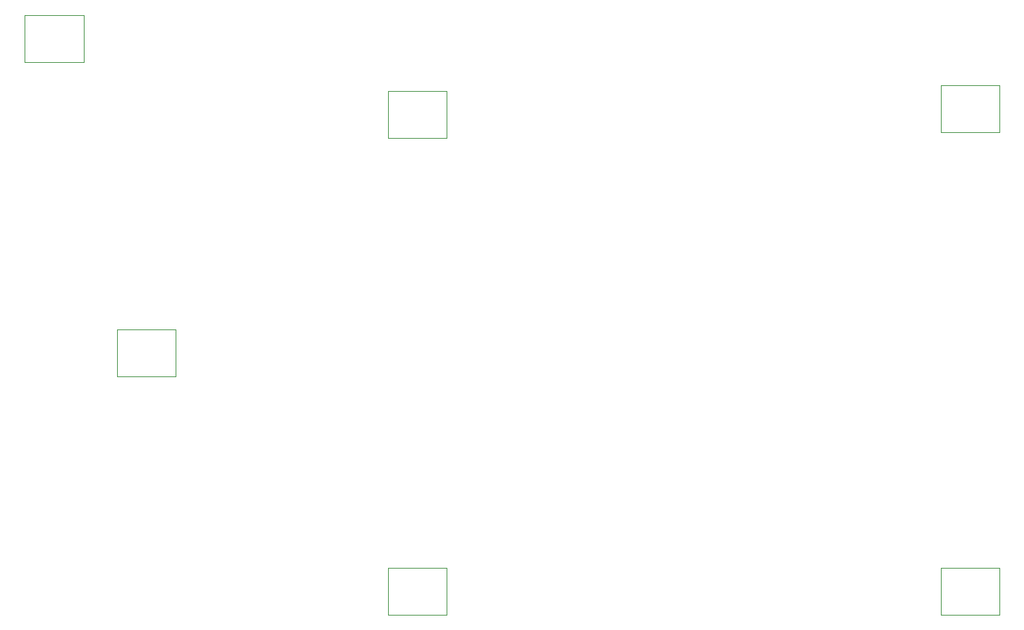
<source format=gbr>
G04 #@! TF.GenerationSoftware,KiCad,Pcbnew,(5.1.10)-1*
G04 #@! TF.CreationDate,2021-09-15T11:37:00+02:00*
G04 #@! TF.ProjectId,SheepyPad,53686565-7079-4506-9164-2e6b69636164,rev?*
G04 #@! TF.SameCoordinates,Original*
G04 #@! TF.FileFunction,Other,User*
%FSLAX46Y46*%
G04 Gerber Fmt 4.6, Leading zero omitted, Abs format (unit mm)*
G04 Created by KiCad (PCBNEW (5.1.10)-1) date 2021-09-15 11:37:00*
%MOMM*%
%LPD*%
G01*
G04 APERTURE LIST*
%ADD10C,0.050000*%
G04 APERTURE END LIST*
D10*
X115845000Y-68155000D02*
X108945000Y-68155000D01*
X115845000Y-62655000D02*
X115845000Y-68155000D01*
X108945000Y-62655000D02*
X115845000Y-62655000D01*
X108945000Y-68155000D02*
X108945000Y-62655000D01*
X108945000Y-118535000D02*
X115845000Y-118535000D01*
X108945000Y-124035000D02*
X108945000Y-118535000D01*
X115845000Y-124035000D02*
X108945000Y-124035000D01*
X115845000Y-118535000D02*
X115845000Y-124035000D01*
X180615000Y-67520000D02*
X173715000Y-67520000D01*
X180615000Y-62020000D02*
X180615000Y-67520000D01*
X173715000Y-62020000D02*
X180615000Y-62020000D01*
X173715000Y-67520000D02*
X173715000Y-62020000D01*
X77195000Y-90595000D02*
X84095000Y-90595000D01*
X77195000Y-96095000D02*
X77195000Y-90595000D01*
X84095000Y-96095000D02*
X77195000Y-96095000D01*
X84095000Y-90595000D02*
X84095000Y-96095000D01*
X173715000Y-118535000D02*
X180615000Y-118535000D01*
X173715000Y-124035000D02*
X173715000Y-118535000D01*
X180615000Y-124035000D02*
X173715000Y-124035000D01*
X180615000Y-118535000D02*
X180615000Y-124035000D01*
X73300000Y-59265000D02*
X66400000Y-59265000D01*
X73300000Y-53765000D02*
X73300000Y-59265000D01*
X66400000Y-53765000D02*
X73300000Y-53765000D01*
X66400000Y-59265000D02*
X66400000Y-53765000D01*
M02*

</source>
